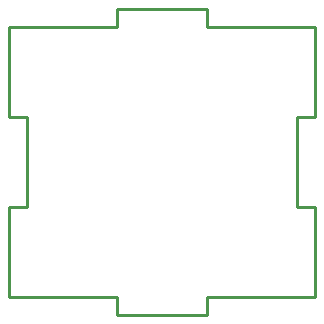
<source format=gbr>
G04 EAGLE Gerber RS-274X export*
G75*
%MOMM*%
%FSLAX34Y34*%
%LPD*%
%IN*%
%IPPOS*%
%AMOC8*
5,1,8,0,0,1.08239X$1,22.5*%
G01*
%ADD10C,0.254000*%


D10*
X-15240Y0D02*
X76200Y0D01*
X76200Y-15240D01*
X152400Y-15240D01*
X152400Y0D01*
X243840Y0D01*
X243840Y76200D01*
X228600Y76200D01*
X228600Y152400D01*
X243840Y152400D01*
X243840Y228600D01*
X152400Y228600D01*
X152400Y243840D01*
X76200Y243840D01*
X76200Y228600D01*
X-15240Y228600D01*
X-15240Y152400D01*
X0Y152400D01*
X0Y76200D01*
X-15240Y76200D01*
X-15240Y0D01*
M02*

</source>
